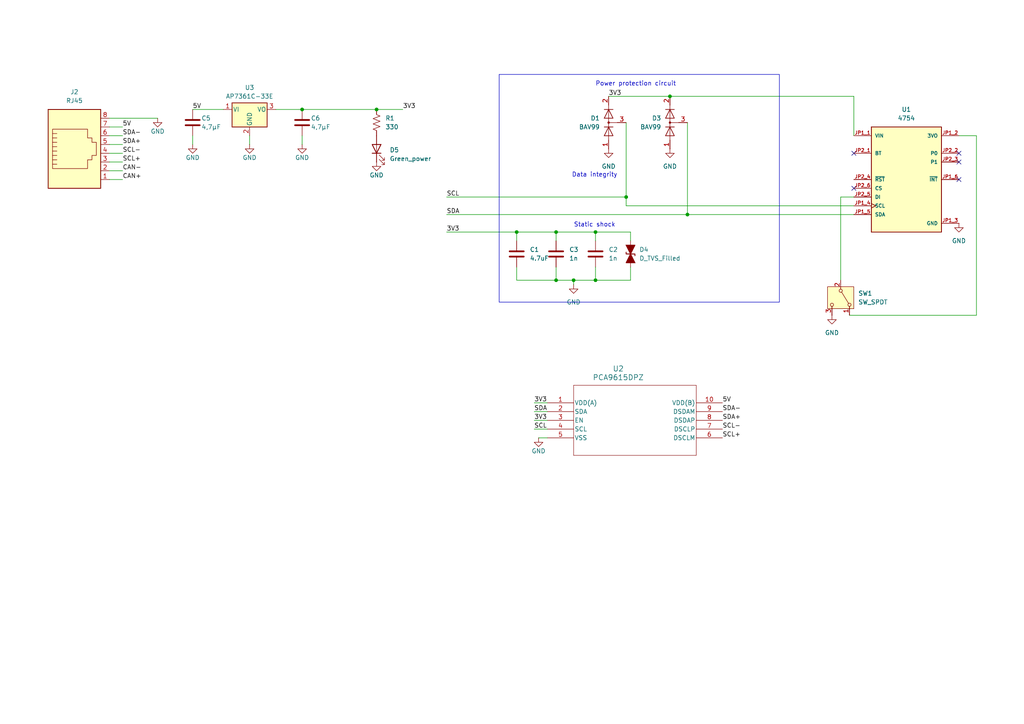
<source format=kicad_sch>
(kicad_sch (version 20231120) (generator "eeschema") (generator_version "8.0")
  (paper "A4")
  (lib_symbols
    (symbol "2024-11-05_13-28-49:PCA9615DPZ" (pin_names (offset 0.254))
      (property "Reference" "U" (at 25.4 10.16 0))
      (property "Value" "PCA9615DPZ" (at 25.4 7.62 0))
      (symbol "PCA9615DPZ_1_1"
        (polyline (pts (xy 7.62 -15.24) (xy 43.18 -15.24)) (stroke (width 0.127)))
        (polyline (pts (xy 7.62 5.08) (xy 7.62 -15.24)) (stroke (width 0.127)))
        (polyline (pts (xy 43.18 -15.24) (xy 43.18 5.08)) (stroke (width 0.127)))
        (polyline (pts (xy 43.18 5.08) (xy 7.62 5.08)) (stroke (width 0.127)))
        (pin power_in line (at 0 0 0) (length 7.62) (name "VDD(A)") (number "1"))
        (pin power_in line (at 50.8 0 180) (length 7.62) (name "VDD(B)") (number "10"))
        (pin bidirectional line (at 0 -2.54 0) (length 7.62) (name "SDA") (number "2"))
        (pin input line (at 0 -5.08 0) (length 7.62) (name "EN") (number "3"))
        (pin bidirectional line (at 0 -7.62 0) (length 7.62) (name "SCL") (number "4"))
        (pin power_out line (at 0 -10.16 0) (length 7.62) (name "VSS") (number "5"))
        (pin bidirectional line (at 50.8 -10.16 180) (length 7.62) (name "DSCLM") (number "6"))
        (pin bidirectional line (at 50.8 -7.62 180) (length 7.62) (name "DSCLP") (number "7"))
        (pin bidirectional line (at 50.8 -5.08 180) (length 7.62) (name "DSDAP") (number "8"))
        (pin bidirectional line (at 50.8 -2.54 180) (length 7.62) (name "DSDAM") (number "9"))
      )
    )
    (symbol "4754:4754" (pin_names (offset 1.016))
      (property "Reference" "U" (at -10.16 16.002 0))
      (property "Value" "4754" (at -10.16 -17.78 0))
      (symbol "4754_0_0"
        (rectangle (start -10.16 -15.24) (end 10.16 15.24) (stroke (width 0.254)) (fill (type background)))
        (pin input line (at -15.24 12.7 0) (length 5.08) (name "VIN") (number "JP1_1"))
        (pin output line (at 15.24 12.7 180) (length 5.08) (name "3VO") (number "JP1_2"))
        (pin power_in line (at 15.24 -12.7 180) (length 5.08) (name "GND") (number "JP1_3"))
        (pin bidirectional clock (at -15.24 -7.62 0) (length 5.08) (name "SCL") (number "JP1_4"))
        (pin bidirectional line (at -15.24 -10.16 0) (length 5.08) (name "SDA") (number "JP1_5"))
        (pin output line (at 15.24 0 180) (length 5.08) (name "~{INT}") (number "JP1_6"))
        (pin input line (at -15.24 7.62 0) (length 5.08) (name "BT") (number "JP2_1"))
        (pin bidirectional line (at 15.24 7.62 180) (length 5.08) (name "P0") (number "JP2_2"))
        (pin bidirectional line (at 15.24 5.08 180) (length 5.08) (name "P1") (number "JP2_3"))
        (pin input line (at -15.24 0 0) (length 5.08) (name "~{RST}") (number "JP2_4"))
        (pin input line (at -15.24 -5.08 0) (length 5.08) (name "DI") (number "JP2_5"))
        (pin input line (at -15.24 -2.54 0) (length 5.08) (name "CS") (number "JP2_6"))
      )
    )
    (symbol "Connector:RJ45" (pin_names (offset 1.016))
      (property "Reference" "J" (at -5.08 13.97 0))
      (property "Value" "RJ45" (at 2.54 13.97 0))
      (symbol "RJ45_0_1"
        (polyline (pts (xy -5.08 4.445) (xy -6.35 4.445)))
        (polyline (pts (xy -5.08 5.715) (xy -6.35 5.715)))
        (polyline (pts (xy -6.35 -3.175) (xy -5.08 -3.175) (xy -5.08 -3.175)))
        (polyline (pts (xy -6.35 -1.905) (xy -5.08 -1.905) (xy -5.08 -1.905)))
        (polyline (pts (xy -6.35 -0.635) (xy -5.08 -0.635) (xy -5.08 -0.635)))
        (polyline (pts (xy -6.35 0.635) (xy -5.08 0.635) (xy -5.08 0.635)))
        (polyline (pts (xy -6.35 1.905) (xy -5.08 1.905) (xy -5.08 1.905)))
        (polyline (pts (xy -5.08 3.175) (xy -6.35 3.175) (xy -6.35 3.175)))
        (polyline (pts (xy -6.35 -4.445) (xy -6.35 6.985) (xy 3.81 6.985) (xy 3.81 4.445) (xy 5.08 4.445) (xy 5.08 3.175) (xy 6.35 3.175) (xy 6.35 -0.635) (xy 5.08 -0.635) (xy 5.08 -1.905) (xy 3.81 -1.905) (xy 3.81 -4.445) (xy -6.35 -4.445) (xy -6.35 -4.445)))
        (rectangle (start 7.62 12.7) (end -7.62 -10.16) (stroke (width 0.254)) (fill (type background)))
      )
      (symbol "RJ45_1_1"
        (pin passive line (at 10.16 -7.62 180) (length 2.54) (name "~") (number "1"))
        (pin passive line (at 10.16 -5.08 180) (length 2.54) (name "~") (number "2"))
        (pin passive line (at 10.16 -2.54 180) (length 2.54) (name "~") (number "3"))
        (pin passive line (at 10.16 0 180) (length 2.54) (name "~") (number "4"))
        (pin passive line (at 10.16 2.54 180) (length 2.54) (name "~") (number "5"))
        (pin passive line (at 10.16 5.08 180) (length 2.54) (name "~") (number "6"))
        (pin passive line (at 10.16 7.62 180) (length 2.54) (name "~") (number "7"))
        (pin passive line (at 10.16 10.16 180) (length 2.54) (name "~") (number "8"))
      )
    )
    (symbol "Device:C" (pin_numbers hide) (pin_names (offset 0.254))
      (property "Reference" "C" (at 0.635 2.54 0))
      (property "Value" "C" (at 0.635 -2.54 0))
      (symbol "C_0_1"
        (polyline (pts (xy -2.032 -0.762) (xy 2.032 -0.762)) (stroke (width 0.508)))
        (polyline (pts (xy -2.032 0.762) (xy 2.032 0.762)) (stroke (width 0.508)))
      )
      (symbol "C_1_1"
        (pin passive line (at 0 3.81 270) (length 2.794) (name "~") (number "1"))
        (pin passive line (at 0 -3.81 90) (length 2.794) (name "~") (number "2"))
      )
    )
    (symbol "Device:D_TVS_Filled" (pin_numbers hide) (pin_names (offset 1.016) hide)
      (property "Reference" "D" (at 0 2.54 0))
      (property "Value" "D_TVS_Filled" (at 0 -2.54 0))
      (symbol "D_TVS_Filled_0_1"
        (polyline (pts (xy 1.27 0) (xy -1.27 0)))
        (polyline (pts (xy -2.54 -1.27) (xy 0 0) (xy -2.54 1.27) (xy -2.54 -1.27)) (stroke (width 0.254)) (fill (type outline)))
        (polyline (pts (xy 0.508 1.27) (xy 0 1.27) (xy 0 -1.27) (xy -0.508 -1.27)) (stroke (width 0.254)))
        (polyline (pts (xy 2.54 1.27) (xy 2.54 -1.27) (xy 0 0) (xy 2.54 1.27)) (stroke (width 0.254)) (fill (type outline)))
      )
      (symbol "D_TVS_Filled_1_1"
        (pin passive line (at -3.81 0 0) (length 2.54) (name "A1") (number "1"))
        (pin passive line (at 3.81 0 180) (length 2.54) (name "A2") (number "2"))
      )
    )
    (symbol "Device:LED" (pin_numbers hide) (pin_names (offset 1.016) hide)
      (property "Reference" "D" (at 0 2.54 0))
      (property "Value" "LED" (at 0 -2.54 0))
      (symbol "LED_0_1"
        (polyline (pts (xy -1.27 -1.27) (xy -1.27 1.27)) (stroke (width 0.254)))
        (polyline (pts (xy -1.27 0) (xy 1.27 0)))
        (polyline (pts (xy 1.27 -1.27) (xy 1.27 1.27) (xy -1.27 0) (xy 1.27 -1.27)) (stroke (width 0.254)))
        (polyline (pts (xy -3.048 -0.762) (xy -4.572 -2.286) (xy -3.81 -2.286) (xy -4.572 -2.286) (xy -4.572 -1.524)))
        (polyline (pts (xy -1.778 -0.762) (xy -3.302 -2.286) (xy -2.54 -2.286) (xy -3.302 -2.286) (xy -3.302 -1.524)))
      )
      (symbol "LED_1_1"
        (pin passive line (at -3.81 0 0) (length 2.54) (name "K") (number "1"))
        (pin passive line (at 3.81 0 180) (length 2.54) (name "A") (number "2"))
      )
    )
    (symbol "Device:R_US" (pin_numbers hide) (pin_names (offset 0))
      (property "Reference" "R" (at 2.54 0 90))
      (property "Value" "R_US" (at -2.54 0 90))
      (symbol "R_US_0_1"
        (polyline (pts (xy 0 -2.286) (xy 0 -2.54)))
        (polyline (pts (xy 0 2.286) (xy 0 2.54)))
        (polyline (pts (xy 0 -0.762) (xy 1.016 -1.143) (xy 0 -1.524) (xy -1.016 -1.905) (xy 0 -2.286)))
        (polyline (pts (xy 0 0.762) (xy 1.016 0.381) (xy 0 0) (xy -1.016 -0.381) (xy 0 -0.762)))
        (polyline (pts (xy 0 2.286) (xy 1.016 1.905) (xy 0 1.524) (xy -1.016 1.143) (xy 0 0.762)))
      )
      (symbol "R_US_1_1"
        (pin passive line (at 0 3.81 270) (length 1.27) (name "~") (number "1"))
        (pin passive line (at 0 -3.81 90) (length 1.27) (name "~") (number "2"))
      )
    )
    (symbol "Diode:BAV99" (pin_names hide)
      (property "Reference" "D" (at 0 5.08 0))
      (property "Value" "BAV99" (at 0 2.54 0))
      (symbol "BAV99_0_1"
        (polyline (pts (xy -5.08 0) (xy 5.08 0)))
      )
      (symbol "BAV99_1_1"
        (polyline (pts (xy 0 0) (xy 0 -2.54)))
        (polyline (pts (xy -1.27 -1.27) (xy -1.27 1.27) (xy -1.27 1.27)) (stroke (width 0.2032)))
        (polyline (pts (xy 3.81 1.27) (xy 3.81 -1.27) (xy 3.81 -1.27)) (stroke (width 0.2032)))
        (polyline (pts (xy -3.81 1.27) (xy -1.27 0) (xy -3.81 -1.27) (xy -3.81 1.27) (xy -3.81 1.27) (xy -3.81 1.27)) (stroke (width 0.2032)))
        (polyline (pts (xy 1.27 1.27) (xy 3.81 0) (xy 1.27 -1.27) (xy 1.27 1.27) (xy 1.27 1.27) (xy 1.27 1.27)) (stroke (width 0.2032)))
        (circle (center 0 0) (radius 0.254) (fill (type outline)))
        (pin passive line (at -7.62 0 0) (length 2.54) (name "K") (number "1"))
        (pin passive line (at 7.62 0 180) (length 2.54) (name "A") (number "2"))
        (pin passive line (at 0 -5.08 90) (length 2.54) (name "K") (number "3"))
      )
    )
    (symbol "Regulator_Linear:AP7361C-33E" (pin_names (offset 0.254))
      (property "Reference" "U" (at -3.81 3.175 0))
      (property "Value" "AP7361C-33E" (at 0 3.175 0))
      (symbol "AP7361C-33E_0_1"
        (rectangle (start -5.08 -5.08) (end 5.08 1.905) (stroke (width 0.254)) (fill (type background)))
      )
      (symbol "AP7361C-33E_1_1"
        (pin power_in line (at -7.62 0 0) (length 2.54) (name "VI") (number "1"))
        (pin power_in line (at 0 -7.62 90) (length 2.54) (name "GND") (number "2"))
        (pin power_out line (at 7.62 0 180) (length 2.54) (name "VO") (number "3"))
      )
    )
    (symbol "Switch:SW_SPDT" (pin_names (offset 0) hide)
      (property "Reference" "SW" (at 0 5.08 0))
      (property "Value" "SW_SPDT" (at 0 -5.08 0))
      (symbol "SW_SPDT_0_1"
        (circle (center -2.032 0) (radius 0.4572))
        (polyline (pts (xy -1.651 0.254) (xy 1.651 2.286)))
        (circle (center 2.032 -2.54) (radius 0.4572))
        (circle (center 2.032 2.54) (radius 0.4572))
      )
      (symbol "SW_SPDT_1_1"
        (rectangle (start -3.175 3.81) (end 3.175 -3.81) (fill (type background)))
        (pin passive line (at 5.08 2.54 180) (length 2.54) (name "A") (number "1"))
        (pin passive line (at -5.08 0 0) (length 2.54) (name "B") (number "2"))
        (pin passive line (at 5.08 -2.54 180) (length 2.54) (name "C") (number "3"))
      )
    )
    (symbol "power:GND" (power) (pin_numbers hide) (pin_names (offset 0) hide)
      (property "Value" "GND" (at 0 -3.81 0))
      (symbol "GND_0_1"
        (polyline (pts (xy 0 0) (xy 0 -1.27) (xy 1.27 -1.27) (xy 0 -2.54) (xy -1.27 -1.27) (xy 0 -1.27)))
      )
      (symbol "GND_1_1"
        (pin power_in line (at 0 0 270) (length 0) (name "~") (number "1"))
      )
    )
  )
  (junction (at 199.39 62.23))
  (junction (at 161.29 81.28))
  (junction (at 149.86 67.31))
  (junction (at 194.31 27.94))
  (junction (at 172.72 67.31))
  (junction (at 172.72 81.28))
  (junction (at 161.29 67.31))
  (junction (at 181.61 57.15))
  (junction (at 87.63 31.75))
  (junction (at 166.37 81.28))
  (junction (at 109.22 31.75))
  (no_connect (at 278.13 52.07))
  (no_connect (at 278.13 46.99))
  (no_connect (at 247.65 44.45))
  (no_connect (at 278.13 44.45))
  (no_connect (at 247.65 54.61))
  (wire (pts (xy 172.72 67.31) (xy 172.72 69.85)))
  (wire (pts (xy 31.75 46.99) (xy 35.56 46.99)))
  (wire (pts (xy 176.53 27.94) (xy 194.31 27.94)))
  (wire (pts (xy 283.21 91.44) (xy 246.38 91.44)))
  (wire (pts (xy 283.21 39.37) (xy 283.21 91.44)))
  (wire (pts (xy 199.39 62.23) (xy 247.65 62.23)))
  (wire (pts (xy 154.94 124.46) (xy 158.75 124.46)))
  (wire (pts (xy 31.75 36.83) (xy 35.56 36.83)))
  (wire (pts (xy 161.29 81.28) (xy 161.29 77.47)))
  (wire (pts (xy 87.63 31.75) (xy 109.22 31.75)))
  (wire (pts (xy 247.65 27.94) (xy 247.65 39.37)))
  (wire (pts (xy 161.29 67.31) (xy 172.72 67.31)))
  (wire (pts (xy 199.39 62.23) (xy 199.39 35.56)))
  (wire (pts (xy 72.39 39.37) (xy 72.39 41.91)))
  (wire (pts (xy 161.29 67.31) (xy 161.29 69.85)))
  (wire (pts (xy 109.22 31.75) (xy 116.84 31.75)))
  (wire (pts (xy 243.84 57.15) (xy 247.65 57.15)))
  (wire (pts (xy 243.84 57.15) (xy 243.84 81.28)))
  (wire (pts (xy 182.88 69.85) (xy 182.88 67.31)))
  (wire (pts (xy 31.75 44.45) (xy 35.56 44.45)))
  (wire (pts (xy 181.61 57.15) (xy 181.61 59.69)))
  (wire (pts (xy 31.75 34.29) (xy 45.72 34.29)))
  (wire (pts (xy 31.75 39.37) (xy 35.56 39.37)))
  (wire (pts (xy 149.86 67.31) (xy 161.29 67.31)))
  (wire (pts (xy 31.75 52.07) (xy 35.56 52.07)))
  (wire (pts (xy 55.88 31.75) (xy 64.77 31.75)))
  (wire (pts (xy 149.86 81.28) (xy 161.29 81.28)))
  (wire (pts (xy 182.88 81.28) (xy 182.88 77.47)))
  (wire (pts (xy 80.01 31.75) (xy 87.63 31.75)))
  (wire (pts (xy 149.86 81.28) (xy 149.86 77.47)))
  (wire (pts (xy 31.75 41.91) (xy 35.56 41.91)))
  (wire (pts (xy 181.61 57.15) (xy 181.61 35.56)))
  (wire (pts (xy 31.75 49.53) (xy 35.56 49.53)))
  (wire (pts (xy 172.72 67.31) (xy 182.88 67.31)))
  (wire (pts (xy 156.21 127) (xy 158.75 127)))
  (wire (pts (xy 129.54 62.23) (xy 199.39 62.23)))
  (wire (pts (xy 129.54 57.15) (xy 181.61 57.15)))
  (wire (pts (xy 55.88 39.37) (xy 55.88 41.91)))
  (wire (pts (xy 166.37 81.28) (xy 166.37 82.55)))
  (wire (pts (xy 154.94 119.38) (xy 158.75 119.38)))
  (wire (pts (xy 194.31 27.94) (xy 247.65 27.94)))
  (wire (pts (xy 166.37 81.28) (xy 172.72 81.28)))
  (wire (pts (xy 161.29 81.28) (xy 166.37 81.28)))
  (wire (pts (xy 154.94 116.84) (xy 158.75 116.84)))
  (wire (pts (xy 149.86 69.85) (xy 149.86 67.31)))
  (wire (pts (xy 129.54 67.31) (xy 149.86 67.31)))
  (wire (pts (xy 181.61 59.69) (xy 247.65 59.69)))
  (wire (pts (xy 154.94 121.92) (xy 158.75 121.92)))
  (wire (pts (xy 87.63 39.37) (xy 87.63 41.91)))
  (wire (pts (xy 172.72 81.28) (xy 182.88 81.28)))
  (wire (pts (xy 172.72 81.28) (xy 172.72 77.47)))
  (wire (pts (xy 278.13 39.37) (xy 283.21 39.37)))
  (rectangle (start 144.78 21.59) (end 226.06 87.63))
  (text "Power protection circuit" (at 184.404 24.384 0) (effects (font (size 1.27 1.27))))
  (text "Data integrity" (at 172.466 50.8 0) (effects (font (size 1.27 1.27))))
  (text "Static shock" (at 172.466 65.278 0) (effects (font (size 1.27 1.27))))
  (label "3V3" (at 116.84 31.75 0))
  (label "SCL+" (at 209.55 127 0))
  (label "3V3" (at 129.54 67.31 0))
  (label "SDA-" (at 209.55 119.38 0))
  (label "5V" (at 55.88 31.75 0))
  (label "SDA+" (at 209.55 121.92 0))
  (label "5V" (at 209.55 116.84 0))
  (label "3V3" (at 154.94 121.92 0))
  (label "SCL+" (at 35.56 46.99 0))
  (label "SCL" (at 154.94 124.46 0))
  (label "SCL-" (at 35.56 44.45 0))
  (label "5V" (at 35.56 36.83 0))
  (label "SDA" (at 154.94 119.38 0))
  (label "SCL-" (at 209.55 124.46 0))
  (label "SCL" (at 129.54 57.15 0))
  (label "3V3" (at 176.53 27.94 0))
  (label "3V3" (at 154.94 116.84 0))
  (label "SDA-" (at 35.56 39.37 0))
  (label "CAN-" (at 35.56 49.53 0))
  (label "CAN+" (at 35.56 52.07 0))
  (label "SDA" (at 129.54 62.23 0))
  (label "SDA+" (at 35.56 41.91 0))
  (symbol (lib_id "power:GND") (at 109.22 46.99 0) (unit 1)
    (property "Reference" "#PWR011" (effects (hide yes)))
    (property "Value" "GND" (at 109.22 50.8 0))
  )
  (symbol (lib_id "power:GND") (at 55.88 41.91 0) (unit 1)
    (property "Reference" "#PWR08" (effects (hide yes)))
    (property "Value" "GND" (at 55.88 45.72 0))
  )
  (symbol (lib_id "Device:C") (at 55.88 35.56 180) (unit 1)
    (property "Reference" "C5" (at 58.42 34.29 0) (effects (justify right)))
    (property "Value" "4,7µF" (at 58.42 36.83 0) (effects (justify right)))
    (property "Footprint" "Capacitor_SMD:C_0805_2012Metric_Pad1.18x1.45mm_HandSolder" (effects (hide yes)))
  )
  (symbol (lib_id "Device:C") (at 161.29 73.66 0) (unit 1)
    (property "Reference" "C3" (at 165.1 72.3899 0) (effects (justify left)))
    (property "Value" "1n" (at 165.1 74.9299 0) (effects (justify left)))
    (property "Footprint" "Capacitor_SMD:C_1812_4532Metric_Pad1.57x3.40mm_HandSolder" (effects (hide yes)))
    (property "Description" "Unpolarized capacitor" (effects (hide yes)))
  )
  (symbol (lib_id "Diode:BAV99") (at 194.31 35.56 90) (unit 1)
    (property "Reference" "D3" (at 191.77 34.2899 90) (effects (justify left)))
    (property "Value" "BAV99" (at 191.77 36.8299 90) (effects (justify left)))
    (property "Footprint" "Package_TO_SOT_SMD:SOT-23" (effects (hide yes)))
    (property "Datasheet" "https://assets.nexperia.com/documents/data-sheet/BAV99_SER.pdf" (effects (hide yes)))
    (property "Description" "BAV99 High-speed switching diodes, SOT-23" (effects (hide yes)))
  )
  (symbol (lib_id "2024-11-05_13-28-49:PCA9615DPZ") (at 158.75 116.84 0) (unit 1)
    (property "Reference" "U2" (at 179.324 106.934 0) (effects (font (size 1.524 1.524))))
    (property "Value" "PCA9615DPZ" (at 179.324 109.474 0) (effects (font (size 1.524 1.524))))
    (property "Footprint" "Package_SO:TSSOP-10_3x3mm_P0.5mm" (effects (hide yes)))
    (property "Datasheet" "PCA9615DPZ" (effects (hide yes)))
  )
  (symbol (lib_id "Connector:RJ45") (at 21.59 44.45 0) (unit 1)
    (property "Reference" "J2" (at 21.59 26.67 0))
    (property "Value" "RJ45" (at 21.59 29.21 0))
    (property "Footprint" "Connector_RJ:RJ45_Amphenol_54602-x08_Horizontal" (effects (hide yes)))
    (property "Description" "RJ connector, 8P8C (8 positions 8 connected)" (effects (hide yes)))
  )
  (symbol (lib_id "Regulator_Linear:AP7361C-33E") (at 72.39 31.75 0) (unit 1)
    (property "Reference" "U3" (at 72.39 25.4 0))
    (property "Value" "AP7361C-33E" (at 72.39 27.94 0))
    (property "Footprint" "Package_TO_SOT_SMD:SOT-223-3_TabPin2" (effects (hide yes)))
    (property "Datasheet" "https://www.diodes.com/assets/Datasheets/AP7361C.pdf" (effects (hide yes)))
    (property "Description" "1A Low Dropout regulator, positive, 3.3V fixed output, SOT-223" (effects (hide yes)))
  )
  (symbol (lib_id "Device:R_US") (at 109.22 35.56 0) (unit 1)
    (property "Reference" "R1" (at 111.76 34.2899 0) (effects (justify left)))
    (property "Value" "330" (at 111.76 36.8299 0) (effects (justify left)))
    (property "Footprint" "Resistor_SMD:R_0805_2012Metric_Pad1.20x1.40mm_HandSolder" (effects (hide yes)))
    (property "Description" "Resistor, US symbol" (effects (hide yes)))
  )
  (symbol (lib_id "power:GND") (at 72.39 41.91 0) (unit 1)
    (property "Reference" "#PWR09" (effects (hide yes)))
    (property "Value" "GND" (at 72.39 45.72 0))
  )
  (symbol (lib_id "Device:C") (at 149.86 73.66 0) (unit 1)
    (property "Reference" "C1" (at 153.67 72.3899 0) (effects (justify left)))
    (property "Value" "4.7uF" (at 153.67 74.9299 0) (effects (justify left)))
    (property "Footprint" "Capacitor_SMD:C_1812_4532Metric_Pad1.57x3.40mm_HandSolder" (effects (hide yes)))
    (property "Description" "Unpolarized capacitor" (effects (hide yes)))
  )
  (symbol (lib_id "Diode:BAV99") (at 176.53 35.56 90) (unit 1)
    (property "Reference" "D1" (at 173.99 34.2899 90) (effects (justify left)))
    (property "Value" "BAV99" (at 173.99 36.8299 90) (effects (justify left)))
    (property "Footprint" "Package_TO_SOT_SMD:SOT-23" (effects (hide yes)))
    (property "Datasheet" "https://assets.nexperia.com/documents/data-sheet/BAV99_SER.pdf" (effects (hide yes)))
    (property "Description" "BAV99 High-speed switching diodes, SOT-23" (effects (hide yes)))
  )
  (symbol (lib_id "4754:4754") (at 262.89 52.07 0) (unit 1)
    (property "Reference" "U1" (at 262.89 31.75 0))
    (property "Value" "4754" (at 262.89 34.29 0))
    (property "Footprint" "Biogenius:MODULE_4754" (effects (hide yes)))
    (property "MF" "Adafruit" (effects (hide yes)))
    (property "MAXIMUM_PACKAGE_HEIGHT" "4.6mm" (effects (hide yes)))
    (property "Package" "None" (effects (hide yes)))
    (property "Price" "None" (effects (hide yes)))
    (property "Check_prices" "https://www.snapeda.com/parts/4754/Adafruit+Industries/view-part/?ref=eda" (effects (hide yes)))
    (property "STANDARD" "Manufacturer Recommendations" (effects (hide yes)))
    (property "PARTREV" "2021-03-16" (effects (hide yes)))
    (property "SnapEDA_Link" "https://www.snapeda.com/parts/4754/Adafruit+Industries/view-part/?ref=snap" (effects (hide yes)))
    (property "MP" "4754" (effects (hide yes)))
    (property "Description_1" "\nAdafruit 9-DOF Orientation IMU Fusion Breakout - BNO085 (BNO080) - STEMMA QT / Qwiic\n" (effects (hide yes)))
    (property "MANUFACTURER" "Adafruit" (effects (hide yes)))
    (property "Availability" "In Stock" (effects (hide yes)))
    (property "SNAPEDA_PN" "4754" (effects (hide yes)))
  )
  (symbol (lib_id "Device:LED") (at 109.22 43.18 90) (unit 1)
    (property "Reference" "D5" (at 113.03 43.4974 90) (effects (justify right)))
    (property "Value" "Green_power" (at 113.03 46.0374 90) (effects (justify right)))
    (property "Footprint" "Diode_SMD:D_0805_2012Metric" (effects (hide yes)))
    (property "Description" "Light emitting diode" (effects (hide yes)))
  )
  (symbol (lib_id "power:GND") (at 278.13 64.77 0) (unit 1)
    (property "Reference" "#PWR05" (effects (hide yes)))
    (property "Value" "GND" (at 278.13 69.85 0))
    (property "Description" "Power symbol creates a global label with name \"GND\" , ground" (effects (hide yes)))
  )
  (symbol (lib_id "Device:D_TVS_Filled") (at 182.88 73.66 90) (unit 1)
    (property "Reference" "D4" (at 185.42 72.3899 90) (effects (justify right)))
    (property "Value" "D_TVS_Filled" (at 185.42 74.9299 90) (effects (justify right)))
    (property "Footprint" "Diode_SMD:D_0805_2012Metric" (effects (hide yes)))
    (property "Description" "Bidirectional transient-voltage-suppression diode, filled shape" (effects (hide yes)))
  )
  (symbol (lib_id "power:GND") (at 176.53 43.18 0) (unit 1)
    (property "Reference" "#PWR03" (effects (hide yes)))
    (property "Value" "GND" (at 176.53 48.26 0))
    (property "Description" "Power symbol creates a global label with name \"GND\" , ground" (effects (hide yes)))
  )
  (symbol (lib_id "Device:C") (at 87.63 35.56 180) (unit 1)
    (property "Reference" "C6" (at 90.17 34.29 0) (effects (justify right)))
    (property "Value" "4,7µF" (at 90.17 36.83 0) (effects (justify right)))
    (property "Footprint" "Capacitor_SMD:C_0805_2012Metric_Pad1.18x1.45mm_HandSolder" (effects (hide yes)))
  )
  (symbol (lib_id "Switch:SW_SPDT") (at 243.84 86.36 270) (unit 1)
    (property "Reference" "SW1" (at 248.92 85.0899 90) (effects (justify left)))
    (property "Value" "SW_SPDT" (at 248.92 87.6299 90) (effects (justify left)))
    (property "Footprint" "Button_Switch_SMD:SW_SPDT_CK_JS102011SAQN" (effects (hide yes)))
    (property "Description" "Switch, single pole double throw" (effects (hide yes)))
  )
  (symbol (lib_id "power:GND") (at 156.21 127 0) (unit 1)
    (property "Reference" "#PWR013" (effects (hide yes)))
    (property "Value" "GND" (at 156.21 130.81 0))
  )
  (symbol (lib_id "power:GND") (at 166.37 82.55 0) (unit 1)
    (property "Reference" "#PWR01" (effects (hide yes)))
    (property "Value" "GND" (at 166.37 87.63 0))
    (property "Description" "Power symbol creates a global label with name \"GND\" , ground" (effects (hide yes)))
  )
  (symbol (lib_id "Device:C") (at 172.72 73.66 0) (unit 1)
    (property "Reference" "C2" (at 176.53 72.3899 0) (effects (justify left)))
    (property "Value" "1n" (at 176.53 74.9299 0) (effects (justify left)))
    (property "Footprint" "Capacitor_SMD:C_1812_4532Metric_Pad1.57x3.40mm_HandSolder" (effects (hide yes)))
    (property "Description" "Unpolarized capacitor" (effects (hide yes)))
  )
  (symbol (lib_id "power:GND") (at 194.31 43.18 0) (unit 1)
    (property "Reference" "#PWR04" (effects (hide yes)))
    (property "Value" "GND" (at 194.31 48.26 0))
    (property "Description" "Power symbol creates a global label with name \"GND\" , ground" (effects (hide yes)))
  )
  (symbol (lib_id "power:GND") (at 45.72 34.29 0) (unit 1)
    (property "Reference" "#PWR012" (effects (hide yes)))
    (property "Value" "GND" (at 45.72 38.1 0))
  )
  (symbol (lib_id "power:GND") (at 241.3 91.44 0) (unit 1)
    (property "Reference" "#PWR06" (effects (hide yes)))
    (property "Value" "GND" (at 241.3 96.52 0))
    (property "Description" "Power symbol creates a global label with name \"GND\" , ground" (effects (hide yes)))
  )
  (symbol (lib_id "power:GND") (at 87.63 41.91 0) (unit 1)
    (property "Reference" "#PWR010" (effects (hide yes)))
    (property "Value" "GND" (at 87.63 45.72 0))
  )
)
</source>
